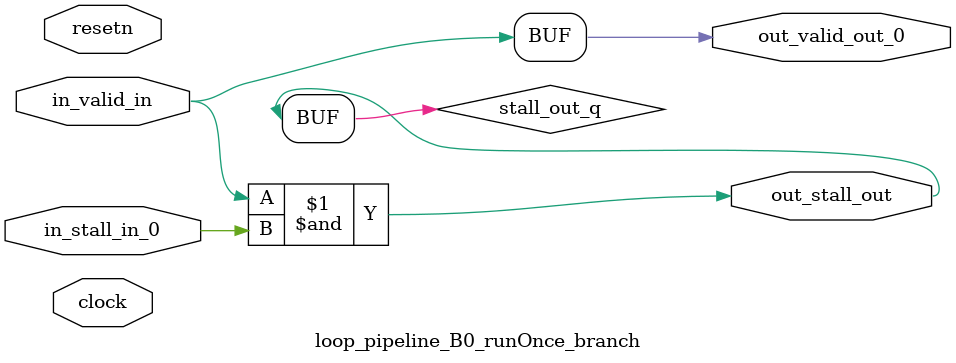
<source format=sv>



(* altera_attribute = "-name AUTO_SHIFT_REGISTER_RECOGNITION OFF; -name MESSAGE_DISABLE 10036; -name MESSAGE_DISABLE 10037; -name MESSAGE_DISABLE 14130; -name MESSAGE_DISABLE 14320; -name MESSAGE_DISABLE 15400; -name MESSAGE_DISABLE 14130; -name MESSAGE_DISABLE 10036; -name MESSAGE_DISABLE 12020; -name MESSAGE_DISABLE 12030; -name MESSAGE_DISABLE 12010; -name MESSAGE_DISABLE 12110; -name MESSAGE_DISABLE 14320; -name MESSAGE_DISABLE 13410; -name MESSAGE_DISABLE 113007; -name MESSAGE_DISABLE 10958" *)
module loop_pipeline_B0_runOnce_branch (
    input wire [0:0] in_stall_in_0,
    input wire [0:0] in_valid_in,
    output wire [0:0] out_stall_out,
    output wire [0:0] out_valid_out_0,
    input wire clock,
    input wire resetn
    );

    wire [0:0] stall_out_q;


    // stall_out(LOGICAL,6)
    assign stall_out_q = in_valid_in & in_stall_in_0;

    // out_stall_out(GPOUT,4)
    assign out_stall_out = stall_out_q;

    // out_valid_out_0(GPOUT,5)
    assign out_valid_out_0 = in_valid_in;

endmodule

</source>
